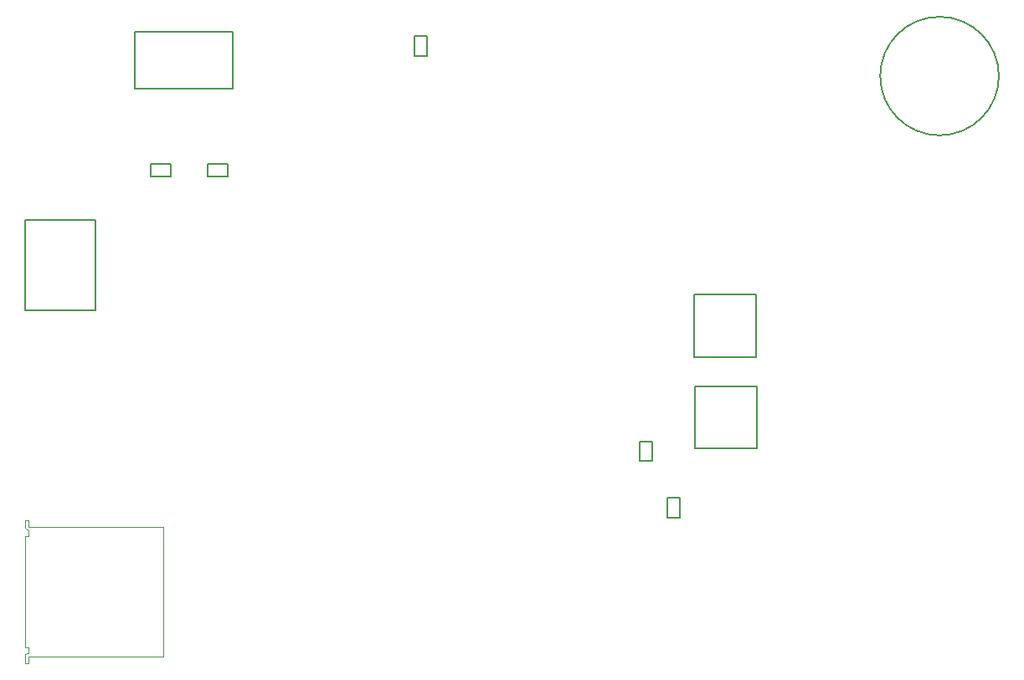
<source format=gbr>
G04*
G04 #@! TF.GenerationSoftware,Altium Limited,Altium Designer,24.1.2 (44)*
G04*
G04 Layer_Color=32768*
%FSLAX44Y44*%
%MOMM*%
G71*
G04*
G04 #@! TF.SameCoordinates,98FF00E1-DB16-4AB4-99D8-1D2B7C447DA4*
G04*
G04*
G04 #@! TF.FilePolarity,Positive*
G04*
G01*
G75*
%ADD10C,0.2000*%
%ADD80C,0.1500*%
%ADD83C,0.1000*%
D10*
X-104040Y299880D02*
Y319880D01*
Y299880D02*
X-91540D01*
Y319880D01*
X-104040D02*
X-91540D01*
X-386920Y266990D02*
Y324490D01*
X-287920D01*
Y266990D02*
Y324490D01*
X-386920Y266990D02*
X-287920D01*
X-497780Y41930D02*
X-426780D01*
X-497780D02*
Y133330D01*
X-426780D01*
Y41930D02*
Y133330D01*
X178050Y-4830D02*
Y58170D01*
Y-4830D02*
X241050D01*
Y58170D01*
X178050D02*
X241050D01*
X123290Y-110330D02*
Y-90330D01*
Y-110330D02*
X135790D01*
Y-90330D01*
X123290D02*
X135790D01*
X163730Y-167480D02*
Y-147480D01*
X151230D02*
X163730D01*
X151230Y-167480D02*
Y-147480D01*
Y-167480D02*
X163730D01*
X-313530Y177900D02*
X-293530D01*
Y190400D01*
X-313530D02*
X-293530D01*
X-313530Y177900D02*
Y190400D01*
X-370680D02*
X-350680D01*
X-370680Y177900D02*
Y190400D01*
Y177900D02*
X-350680D01*
Y190400D01*
X179320Y-97540D02*
Y-34540D01*
Y-97540D02*
X242320D01*
Y-34540D01*
X179320D02*
X242320D01*
D80*
X486620Y279400D02*
G03*
X486620Y279400I-60000J0D01*
G01*
D83*
X-494990Y-305070D02*
G03*
X-497988Y-308170I0J-3000D01*
G01*
Y-176970D02*
G03*
X-494990Y-180070I2998J-100D01*
G01*
X-497990Y-299070D02*
X-494990Y-299070D01*
X-497990Y-315070D02*
X-494990D01*
Y-308070D01*
X-497990Y-315070D02*
X-497988Y-308170D01*
X-494990Y-305070D02*
X-494990Y-299070D01*
X-494990Y-180070D02*
X-494990Y-186070D01*
X-497990D02*
X-494990D01*
X-497990Y-299070D02*
Y-186070D01*
X-497990Y-170070D02*
X-497988Y-176970D01*
X-494990Y-177070D02*
Y-170070D01*
X-497990D02*
X-494990D01*
X-357990Y-308070D02*
Y-177070D01*
X-494990Y-308070D02*
X-357990D01*
X-494990Y-177070D02*
X-357990D01*
X-497990Y-299070D02*
Y-186070D01*
M02*

</source>
